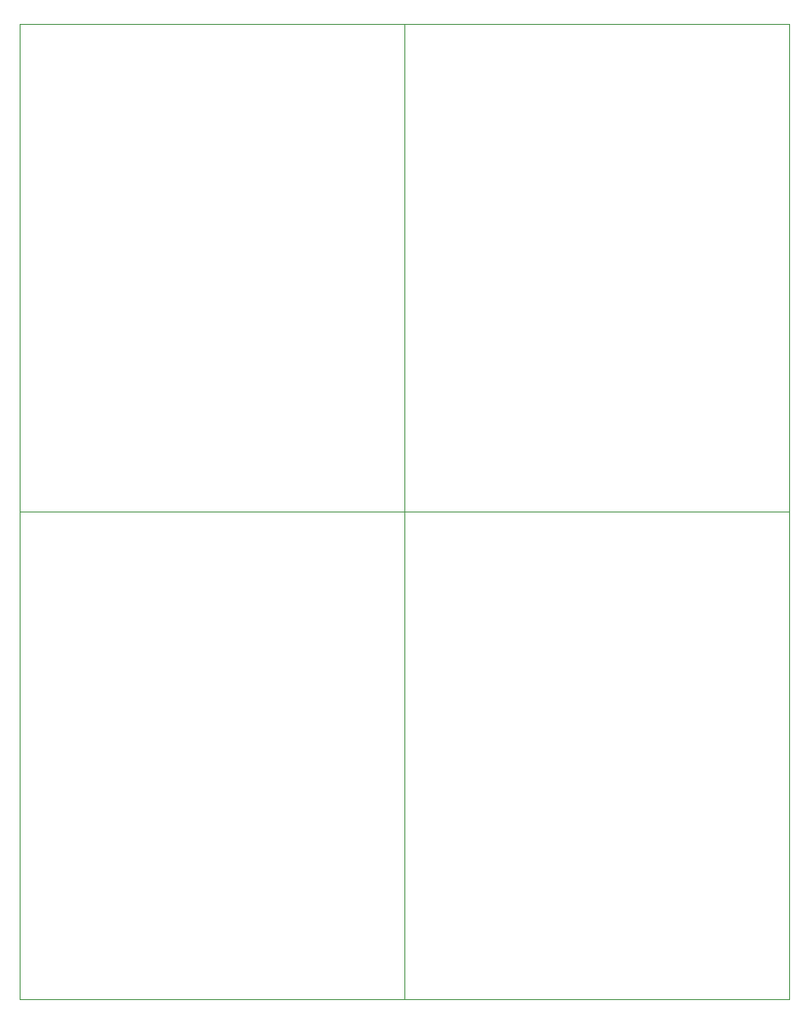
<source format=gbr>
G04 #@! TF.GenerationSoftware,KiCad,Pcbnew,5.1.5+dfsg1-2build2*
G04 #@! TF.CreationDate,2021-06-10T17:54:38-05:00*
G04 #@! TF.ProjectId,,58585858-5858-4585-9858-585858585858,rev?*
G04 #@! TF.SameCoordinates,Original*
G04 #@! TF.FileFunction,Profile,NP*
%FSLAX46Y46*%
G04 Gerber Fmt 4.6, Leading zero omitted, Abs format (unit mm)*
G04 Created by KiCad (PCBNEW 5.1.5+dfsg1-2build2) date 2021-06-10 17:54:38*
%MOMM*%
%LPD*%
G04 APERTURE LIST*
%ADD10C,0.050000*%
G04 APERTURE END LIST*
D10*
X180782000Y-105344000D02*
X180782000Y-153604000D01*
X142682000Y-105344000D02*
X142682000Y-153604000D01*
X180782000Y-57084000D02*
X180782000Y-105344000D01*
X142682000Y-153604000D02*
X180782000Y-153604000D01*
X104582000Y-153604000D02*
X142682000Y-153604000D01*
X142682000Y-105344000D02*
X180782000Y-105344000D01*
X142682000Y-105344000D02*
X180782000Y-105344000D01*
X104582000Y-105344000D02*
X142682000Y-105344000D01*
X142682000Y-57084000D02*
X180782000Y-57084000D01*
X142682000Y-105344000D02*
X142682000Y-153604000D01*
X104582000Y-105344000D02*
X104582000Y-153604000D01*
X142682000Y-57084000D02*
X142682000Y-105344000D01*
X142682000Y-57084000D02*
X142682000Y-105344000D01*
X104582000Y-105344000D02*
X142682000Y-105344000D01*
X104582000Y-57084000D02*
X142682000Y-57084000D01*
X104582000Y-57084000D02*
X104582000Y-105344000D01*
M02*

</source>
